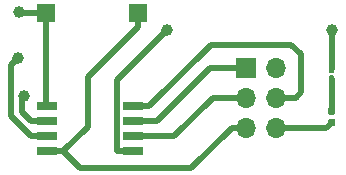
<source format=gbr>
G04 #@! TF.GenerationSoftware,KiCad,Pcbnew,5.0.1-33cea8e~68~ubuntu18.04.1*
G04 #@! TF.CreationDate,2018-10-31T23:38:40+01:00*
G04 #@! TF.ProjectId,tiny85 spi controller,74696E7938352073706920636F6E7472,rev?*
G04 #@! TF.SameCoordinates,PX76b1be0PY3ba3490*
G04 #@! TF.FileFunction,Copper,L2,Bot,Signal*
G04 #@! TF.FilePolarity,Positive*
%FSLAX46Y46*%
G04 Gerber Fmt 4.6, Leading zero omitted, Abs format (unit mm)*
G04 Created by KiCad (PCBNEW 5.0.1-33cea8e~68~ubuntu18.04.1) date Wed 31 Oct 2018 11:38:40 PM CET*
%MOMM*%
%LPD*%
G01*
G04 APERTURE LIST*
G04 #@! TA.AperFunction,Conductor*
%ADD10C,0.100000*%
G04 #@! TD*
G04 #@! TA.AperFunction,SMDPad,CuDef*
%ADD11C,0.590000*%
G04 #@! TD*
G04 #@! TA.AperFunction,SMDPad,CuDef*
%ADD12C,0.400000*%
G04 #@! TD*
G04 #@! TA.AperFunction,SMDPad,CuDef*
%ADD13R,1.500000X1.500000*%
G04 #@! TD*
G04 #@! TA.AperFunction,SMDPad,CuDef*
%ADD14R,1.700000X0.650000*%
G04 #@! TD*
G04 #@! TA.AperFunction,ComponentPad*
%ADD15R,1.700000X1.700000*%
G04 #@! TD*
G04 #@! TA.AperFunction,ComponentPad*
%ADD16O,1.700000X1.700000*%
G04 #@! TD*
G04 #@! TA.AperFunction,ViaPad*
%ADD17C,1.000000*%
G04 #@! TD*
G04 #@! TA.AperFunction,Conductor*
%ADD18C,0.500000*%
G04 #@! TD*
G04 APERTURE END LIST*
D10*
G04 #@! TO.N,GND*
G04 #@! TO.C,D1*
G36*
X31073358Y7734090D02*
X31087676Y7731966D01*
X31101717Y7728449D01*
X31115346Y7723572D01*
X31128431Y7717383D01*
X31140847Y7709942D01*
X31152473Y7701319D01*
X31163198Y7691598D01*
X31172919Y7680873D01*
X31181542Y7669247D01*
X31188983Y7656831D01*
X31195172Y7643746D01*
X31200049Y7630117D01*
X31203566Y7616076D01*
X31205690Y7601758D01*
X31206400Y7587300D01*
X31206400Y7292300D01*
X31205690Y7277842D01*
X31203566Y7263524D01*
X31200049Y7249483D01*
X31195172Y7235854D01*
X31188983Y7222769D01*
X31181542Y7210353D01*
X31172919Y7198727D01*
X31163198Y7188002D01*
X31152473Y7178281D01*
X31140847Y7169658D01*
X31128431Y7162217D01*
X31115346Y7156028D01*
X31101717Y7151151D01*
X31087676Y7147634D01*
X31073358Y7145510D01*
X31058900Y7144800D01*
X30713900Y7144800D01*
X30699442Y7145510D01*
X30685124Y7147634D01*
X30671083Y7151151D01*
X30657454Y7156028D01*
X30644369Y7162217D01*
X30631953Y7169658D01*
X30620327Y7178281D01*
X30609602Y7188002D01*
X30599881Y7198727D01*
X30591258Y7210353D01*
X30583817Y7222769D01*
X30577628Y7235854D01*
X30572751Y7249483D01*
X30569234Y7263524D01*
X30567110Y7277842D01*
X30566400Y7292300D01*
X30566400Y7587300D01*
X30567110Y7601758D01*
X30569234Y7616076D01*
X30572751Y7630117D01*
X30577628Y7643746D01*
X30583817Y7656831D01*
X30591258Y7669247D01*
X30599881Y7680873D01*
X30609602Y7691598D01*
X30620327Y7701319D01*
X30631953Y7709942D01*
X30644369Y7717383D01*
X30657454Y7723572D01*
X30671083Y7728449D01*
X30685124Y7731966D01*
X30699442Y7734090D01*
X30713900Y7734800D01*
X31058900Y7734800D01*
X31073358Y7734090D01*
X31073358Y7734090D01*
G37*
D11*
G04 #@! TD*
G04 #@! TO.P,D1,1*
G04 #@! TO.N,GND*
X30886400Y7439800D03*
D10*
G04 #@! TO.N,Net-(D1-Pad2)*
G04 #@! TO.C,D1*
G36*
X31073358Y8704090D02*
X31087676Y8701966D01*
X31101717Y8698449D01*
X31115346Y8693572D01*
X31128431Y8687383D01*
X31140847Y8679942D01*
X31152473Y8671319D01*
X31163198Y8661598D01*
X31172919Y8650873D01*
X31181542Y8639247D01*
X31188983Y8626831D01*
X31195172Y8613746D01*
X31200049Y8600117D01*
X31203566Y8586076D01*
X31205690Y8571758D01*
X31206400Y8557300D01*
X31206400Y8262300D01*
X31205690Y8247842D01*
X31203566Y8233524D01*
X31200049Y8219483D01*
X31195172Y8205854D01*
X31188983Y8192769D01*
X31181542Y8180353D01*
X31172919Y8168727D01*
X31163198Y8158002D01*
X31152473Y8148281D01*
X31140847Y8139658D01*
X31128431Y8132217D01*
X31115346Y8126028D01*
X31101717Y8121151D01*
X31087676Y8117634D01*
X31073358Y8115510D01*
X31058900Y8114800D01*
X30713900Y8114800D01*
X30699442Y8115510D01*
X30685124Y8117634D01*
X30671083Y8121151D01*
X30657454Y8126028D01*
X30644369Y8132217D01*
X30631953Y8139658D01*
X30620327Y8148281D01*
X30609602Y8158002D01*
X30599881Y8168727D01*
X30591258Y8180353D01*
X30583817Y8192769D01*
X30577628Y8205854D01*
X30572751Y8219483D01*
X30569234Y8233524D01*
X30567110Y8247842D01*
X30566400Y8262300D01*
X30566400Y8557300D01*
X30567110Y8571758D01*
X30569234Y8586076D01*
X30572751Y8600117D01*
X30577628Y8613746D01*
X30583817Y8626831D01*
X30591258Y8639247D01*
X30599881Y8650873D01*
X30609602Y8661598D01*
X30620327Y8671319D01*
X30631953Y8679942D01*
X30644369Y8687383D01*
X30657454Y8693572D01*
X30671083Y8698449D01*
X30685124Y8701966D01*
X30699442Y8704090D01*
X30713900Y8704800D01*
X31058900Y8704800D01*
X31073358Y8704090D01*
X31073358Y8704090D01*
G37*
D11*
G04 #@! TD*
G04 #@! TO.P,D1,2*
G04 #@! TO.N,Net-(D1-Pad2)*
X30886400Y8409800D03*
D10*
G04 #@! TO.N,Net-(C1-Pad2)*
G04 #@! TO.C,R1*
G36*
X30996202Y12081118D02*
X31005909Y12079679D01*
X31015428Y12077294D01*
X31024668Y12073988D01*
X31033540Y12069792D01*
X31041957Y12064747D01*
X31049839Y12058901D01*
X31057111Y12052311D01*
X31063701Y12045039D01*
X31069547Y12037157D01*
X31074592Y12028740D01*
X31078788Y12019868D01*
X31082094Y12010628D01*
X31084479Y12001109D01*
X31085918Y11991402D01*
X31086400Y11981600D01*
X31086400Y11721600D01*
X31085918Y11711798D01*
X31084479Y11702091D01*
X31082094Y11692572D01*
X31078788Y11683332D01*
X31074592Y11674460D01*
X31069547Y11666043D01*
X31063701Y11658161D01*
X31057111Y11650889D01*
X31049839Y11644299D01*
X31041957Y11638453D01*
X31033540Y11633408D01*
X31024668Y11629212D01*
X31015428Y11625906D01*
X31005909Y11623521D01*
X30996202Y11622082D01*
X30986400Y11621600D01*
X30786400Y11621600D01*
X30776598Y11622082D01*
X30766891Y11623521D01*
X30757372Y11625906D01*
X30748132Y11629212D01*
X30739260Y11633408D01*
X30730843Y11638453D01*
X30722961Y11644299D01*
X30715689Y11650889D01*
X30709099Y11658161D01*
X30703253Y11666043D01*
X30698208Y11674460D01*
X30694012Y11683332D01*
X30690706Y11692572D01*
X30688321Y11702091D01*
X30686882Y11711798D01*
X30686400Y11721600D01*
X30686400Y11981600D01*
X30686882Y11991402D01*
X30688321Y12001109D01*
X30690706Y12010628D01*
X30694012Y12019868D01*
X30698208Y12028740D01*
X30703253Y12037157D01*
X30709099Y12045039D01*
X30715689Y12052311D01*
X30722961Y12058901D01*
X30730843Y12064747D01*
X30739260Y12069792D01*
X30748132Y12073988D01*
X30757372Y12077294D01*
X30766891Y12079679D01*
X30776598Y12081118D01*
X30786400Y12081600D01*
X30986400Y12081600D01*
X30996202Y12081118D01*
X30996202Y12081118D01*
G37*
D12*
G04 #@! TD*
G04 #@! TO.P,R1,1*
G04 #@! TO.N,Net-(C1-Pad2)*
X30886400Y11851600D03*
D10*
G04 #@! TO.N,Net-(D1-Pad2)*
G04 #@! TO.C,R1*
G36*
X30996202Y11441118D02*
X31005909Y11439679D01*
X31015428Y11437294D01*
X31024668Y11433988D01*
X31033540Y11429792D01*
X31041957Y11424747D01*
X31049839Y11418901D01*
X31057111Y11412311D01*
X31063701Y11405039D01*
X31069547Y11397157D01*
X31074592Y11388740D01*
X31078788Y11379868D01*
X31082094Y11370628D01*
X31084479Y11361109D01*
X31085918Y11351402D01*
X31086400Y11341600D01*
X31086400Y11081600D01*
X31085918Y11071798D01*
X31084479Y11062091D01*
X31082094Y11052572D01*
X31078788Y11043332D01*
X31074592Y11034460D01*
X31069547Y11026043D01*
X31063701Y11018161D01*
X31057111Y11010889D01*
X31049839Y11004299D01*
X31041957Y10998453D01*
X31033540Y10993408D01*
X31024668Y10989212D01*
X31015428Y10985906D01*
X31005909Y10983521D01*
X30996202Y10982082D01*
X30986400Y10981600D01*
X30786400Y10981600D01*
X30776598Y10982082D01*
X30766891Y10983521D01*
X30757372Y10985906D01*
X30748132Y10989212D01*
X30739260Y10993408D01*
X30730843Y10998453D01*
X30722961Y11004299D01*
X30715689Y11010889D01*
X30709099Y11018161D01*
X30703253Y11026043D01*
X30698208Y11034460D01*
X30694012Y11043332D01*
X30690706Y11052572D01*
X30688321Y11062091D01*
X30686882Y11071798D01*
X30686400Y11081600D01*
X30686400Y11341600D01*
X30686882Y11351402D01*
X30688321Y11361109D01*
X30690706Y11370628D01*
X30694012Y11379868D01*
X30698208Y11388740D01*
X30703253Y11397157D01*
X30709099Y11405039D01*
X30715689Y11412311D01*
X30722961Y11418901D01*
X30730843Y11424747D01*
X30739260Y11429792D01*
X30748132Y11433988D01*
X30757372Y11437294D01*
X30766891Y11439679D01*
X30776598Y11441118D01*
X30786400Y11441600D01*
X30986400Y11441600D01*
X30996202Y11441118D01*
X30996202Y11441118D01*
G37*
D12*
G04 #@! TD*
G04 #@! TO.P,R1,2*
G04 #@! TO.N,Net-(D1-Pad2)*
X30886400Y11211600D03*
D13*
G04 #@! TO.P,SW1,1*
G04 #@! TO.N,Net-(J3-Pad5)*
X14504500Y16751300D03*
G04 #@! TO.P,SW1,2*
G04 #@! TO.N,GND*
X6704500Y16751300D03*
G04 #@! TD*
D14*
G04 #@! TO.P,U2,1*
G04 #@! TO.N,Net-(J3-Pad5)*
X6814800Y5003800D03*
G04 #@! TO.P,U2,2*
G04 #@! TO.N,Net-(U1-Pad11)*
X6814800Y6273800D03*
G04 #@! TO.P,U2,3*
G04 #@! TO.N,Net-(U1-Pad12)*
X6814800Y7543800D03*
G04 #@! TO.P,U2,4*
G04 #@! TO.N,GND*
X6814800Y8813800D03*
G04 #@! TO.P,U2,5*
G04 #@! TO.N,Net-(J3-Pad4)*
X14114800Y8813800D03*
G04 #@! TO.P,U2,6*
G04 #@! TO.N,Net-(J3-Pad1)*
X14114800Y7543800D03*
G04 #@! TO.P,U2,7*
G04 #@! TO.N,Net-(J3-Pad3)*
X14114800Y6273800D03*
G04 #@! TO.P,U2,8*
G04 #@! TO.N,Net-(C1-Pad2)*
X14114800Y5003800D03*
G04 #@! TD*
D15*
G04 #@! TO.P,J3,1*
G04 #@! TO.N,Net-(J3-Pad1)*
X23622000Y12090400D03*
D16*
G04 #@! TO.P,J3,2*
G04 #@! TO.N,Net-(C1-Pad2)*
X26162000Y12090400D03*
G04 #@! TO.P,J3,3*
G04 #@! TO.N,Net-(J3-Pad3)*
X23622000Y9550400D03*
G04 #@! TO.P,J3,4*
G04 #@! TO.N,Net-(J3-Pad4)*
X26162000Y9550400D03*
G04 #@! TO.P,J3,5*
G04 #@! TO.N,Net-(J3-Pad5)*
X23622000Y7010400D03*
G04 #@! TO.P,J3,6*
G04 #@! TO.N,GND*
X26162000Y7010400D03*
G04 #@! TD*
D17*
G04 #@! TO.N,Net-(C1-Pad2)*
X16967200Y15290800D03*
X30937200Y15290800D03*
G04 #@! TO.N,GND*
X4419600Y16764000D03*
G04 #@! TO.N,Net-(U1-Pad11)*
X4318000Y12903200D03*
G04 #@! TO.N,Net-(U1-Pad12)*
X4817252Y9694052D03*
G04 #@! TD*
D18*
G04 #@! TO.N,Net-(C1-Pad2)*
X12714799Y11038399D02*
X16967200Y15290800D01*
X12714799Y5053801D02*
X12714799Y11038399D01*
X14114800Y5003800D02*
X12764800Y5003800D01*
X12764800Y5003800D02*
X12714799Y5053801D01*
X30937200Y12042410D02*
X30886400Y11991610D01*
X30937200Y15290800D02*
X30937200Y12042410D01*
G04 #@! TO.N,GND*
X6704500Y8924100D02*
X6814800Y8813800D01*
X6704500Y16751300D02*
X6704500Y8924100D01*
X6704500Y16751300D02*
X4432300Y16751300D01*
X4432300Y16751300D02*
X4419600Y16764000D01*
X30457000Y7010400D02*
X30886400Y7439800D01*
X26162000Y7010400D02*
X30457000Y7010400D01*
G04 #@! TO.N,Net-(D1-Pad2)*
X30886400Y8804800D02*
X30886400Y11171590D01*
X30886400Y8409800D02*
X30886400Y8804800D01*
G04 #@! TO.N,Net-(J3-Pad1)*
X14114800Y7543800D02*
X16078200Y7543800D01*
X20624800Y12090400D02*
X23622000Y12090400D01*
X16078200Y7543800D02*
X20624800Y12090400D01*
G04 #@! TO.N,Net-(J3-Pad3)*
X14114800Y6273800D02*
X17551400Y6273800D01*
X20828000Y9550400D02*
X23622000Y9550400D01*
X17551400Y6273800D02*
X20828000Y9550400D01*
G04 #@! TO.N,Net-(J3-Pad4)*
X15464800Y8813800D02*
X14114800Y8813800D01*
X26162000Y9550400D02*
X27838400Y9550400D01*
X20671800Y14020800D02*
X15464800Y8813800D01*
X27838400Y9550400D02*
X28295600Y10007600D01*
X28295600Y10007600D02*
X28295600Y13208000D01*
X28295600Y13208000D02*
X27482800Y14020800D01*
X27482800Y14020800D02*
X20671800Y14020800D01*
G04 #@! TO.N,Net-(J3-Pad5)*
X14504500Y15501300D02*
X10261600Y11258400D01*
X14504500Y16751300D02*
X14504500Y15501300D01*
X10261600Y7100600D02*
X8164800Y5003800D01*
X10261600Y11258400D02*
X10261600Y7100600D01*
X22419919Y7010400D02*
X19016319Y3606800D01*
X23622000Y7010400D02*
X22419919Y7010400D01*
X9561800Y3606800D02*
X8164800Y5003800D01*
X8164800Y5003800D02*
X6814800Y5003800D01*
X19016319Y3606800D02*
X9561800Y3606800D01*
G04 #@! TO.N,Net-(U1-Pad11)*
X5464800Y6273800D02*
X6814800Y6273800D01*
X3767251Y7971349D02*
X5464800Y6273800D01*
X3767251Y12352451D02*
X3767251Y7971349D01*
X4318000Y12903200D02*
X3767251Y12352451D01*
G04 #@! TO.N,Net-(U1-Pad12)*
X5464800Y7543800D02*
X4673600Y8335000D01*
X6814800Y7543800D02*
X5464800Y7543800D01*
X4673600Y8335000D02*
X4673600Y9550400D01*
X4673600Y9550400D02*
X4817252Y9694052D01*
G04 #@! TD*
M02*

</source>
